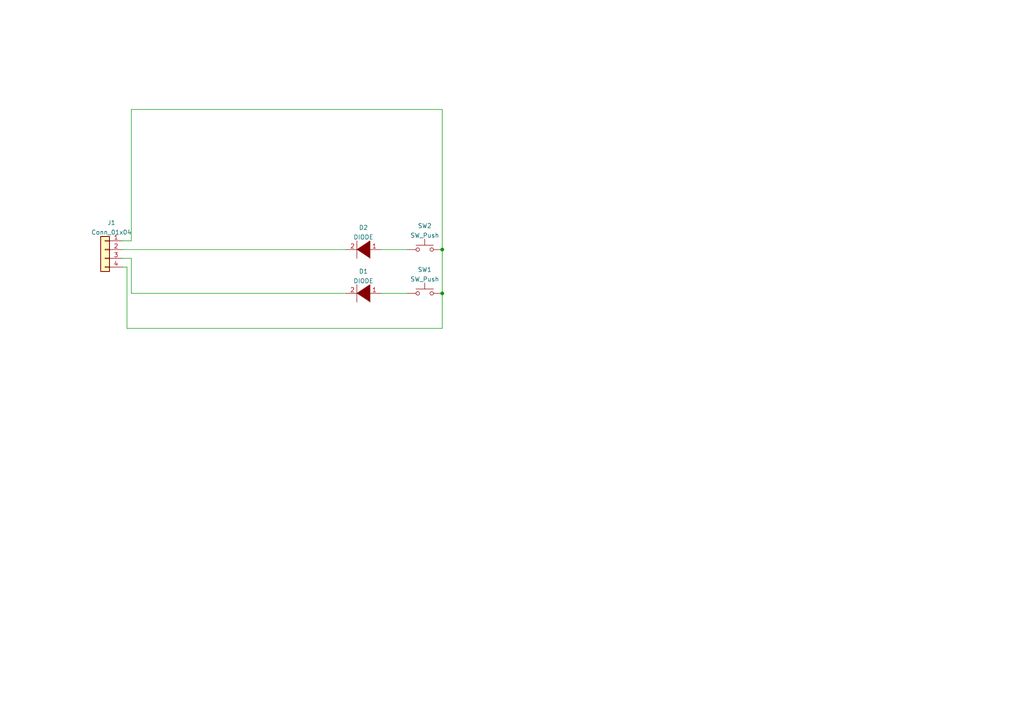
<source format=kicad_sch>
(kicad_sch (version 20210621) (generator eeschema)
  (paper "A4")
  (lib_symbols
    (symbol "Connector_Generic:Conn_01x04" (pin_names (offset 1.016) hide)
      (property "Reference" "J" (at 0 5.08 0))
      (property "Value" "Conn_01x04" (at 0 -7.62 0))
      (symbol "Conn_01x04_1_1"
        (rectangle (start -1.27 -4.953) (end 0 -5.207) (stroke (width 0.1524)))
        (rectangle (start -1.27 -2.413) (end 0 -2.667) (stroke (width 0.1524)))
        (rectangle (start -1.27 0.127) (end 0 -0.127) (stroke (width 0.1524)))
        (rectangle (start -1.27 2.667) (end 0 2.413) (stroke (width 0.1524)))
        (rectangle (start -1.27 3.81) (end 1.27 -6.35) (stroke (width 0.254)) (fill (type background)))
        (pin passive line (at -5.08 2.54 0) (length 3.81) (name "Pin_1") (number "1"))
        (pin passive line (at -5.08 0 0) (length 3.81) (name "Pin_2") (number "2"))
        (pin passive line (at -5.08 -2.54 0) (length 3.81) (name "Pin_3") (number "3"))
        (pin passive line (at -5.08 -5.08 0) (length 3.81) (name "Pin_4") (number "4"))
      )
    )
    (symbol "Switch:SW_Push" (pin_numbers hide) (pin_names (offset 1.016) hide)
      (property "Reference" "SW" (at 1.27 2.54 0))
      (property "Value" "SW_Push" (at 0 -1.524 0))
      (symbol "SW_Push_0_1"
        (circle (center -2.032 0) (radius 0.508))
        (circle (center 2.032 0) (radius 0.508))
        (polyline (pts (xy 0 1.27) (xy 0 3.048)))
        (polyline (pts (xy 2.54 1.27) (xy -2.54 1.27)))
        (pin passive line (at -5.08 0 0) (length 2.54) (name "1") (number "1"))
        (pin passive line (at 5.08 0 180) (length 2.54) (name "2") (number "2"))
      )
    )
    (symbol "pspice:DIODE" (pin_names (offset 1.016) hide)
      (property "Reference" "D" (at 0 3.81 0))
      (property "Value" "DIODE" (at 0 -4.445 0))
      (symbol "DIODE_0_1"
        (polyline (pts (xy 1.905 2.54) (xy 1.905 -2.54)))
        (polyline (pts (xy -1.905 2.54) (xy -1.905 -2.54) (xy 1.905 0)) (fill (type outline)))
      )
      (symbol "DIODE_1_1"
        (pin input line (at -5.08 0 0) (length 3.81) (name "K") (number "1"))
        (pin input line (at 5.08 0 180) (length 3.81) (name "A") (number "2"))
      )
    )
  )
  (junction (at 128.27 72.39))
  (junction (at 128.27 85.09))
  (wire (pts (xy 35.56 69.85) (xy 38.1 69.85)))
  (wire (pts (xy 35.56 72.39) (xy 100.33 72.39)))
  (wire (pts (xy 35.56 74.93) (xy 38.1 74.93)))
  (wire (pts (xy 35.56 77.47) (xy 36.83 77.47)))
  (wire (pts (xy 36.83 77.47) (xy 36.83 95.25)))
  (wire (pts (xy 36.83 95.25) (xy 128.27 95.25)))
  (wire (pts (xy 38.1 31.75) (xy 38.1 69.85)))
  (wire (pts (xy 38.1 31.75) (xy 128.27 31.75)))
  (wire (pts (xy 38.1 74.93) (xy 38.1 85.09)))
  (wire (pts (xy 38.1 85.09) (xy 100.33 85.09)))
  (wire (pts (xy 110.49 72.39) (xy 118.11 72.39)))
  (wire (pts (xy 110.49 85.09) (xy 118.11 85.09)))
  (wire (pts (xy 128.27 31.75) (xy 128.27 72.39)))
  (wire (pts (xy 128.27 72.39) (xy 128.27 85.09)))
  (wire (pts (xy 128.27 85.09) (xy 128.27 95.25)))
  (symbol (lib_id "Switch:SW_Push") (at 123.19 72.39 0) (unit 1)
    (property "Reference" "SW2" (at 123.19 65.5024 0))
    (property "Value" "SW_Push" (at 123.19 68.2775 0))
    (property "Footprint" "Button_Switch_THT:SW_PUSH_6mm_H7.3mm" (effects hide))
  )
  (symbol (lib_id "Switch:SW_Push") (at 123.19 85.09 0) (unit 1)
    (property "Reference" "SW1" (at 123.19 78.2024 0))
    (property "Value" "SW_Push" (at 123.19 80.9775 0))
    (property "Footprint" "Button_Switch_THT:SW_PUSH_6mm_H7.3mm" (effects hide))
  )
  (symbol (lib_id "pspice:DIODE") (at 105.41 72.39 180) (unit 1)
    (property "Reference" "D2" (at 105.41 66.0104 0))
    (property "Value" "DIODE" (at 105.41 68.7855 0))
    (property "Footprint" "Diode_SMD:D_0805_2012Metric" (effects hide))
  )
  (symbol (lib_id "pspice:DIODE") (at 105.41 85.09 180) (unit 1)
    (property "Reference" "D1" (at 105.41 78.7104 0))
    (property "Value" "DIODE" (at 105.41 81.4855 0))
    (property "Footprint" "Diode_SMD:D_0805_2012Metric" (effects hide))
  )
  (symbol (lib_id "Connector_Generic:Conn_01x04") (at 30.48 72.39 0) (mirror y) (unit 1)
    (property "Reference" "J1" (at 32.3215 64.6134 0))
    (property "Value" "Conn_01x04" (at 32.3215 67.3885 0))
    (property "Footprint" "Connector_JST:JST_EH_B4B-EH-A_1x04_P2.50mm_Vertical" (effects hide))
  )
)
</source>
